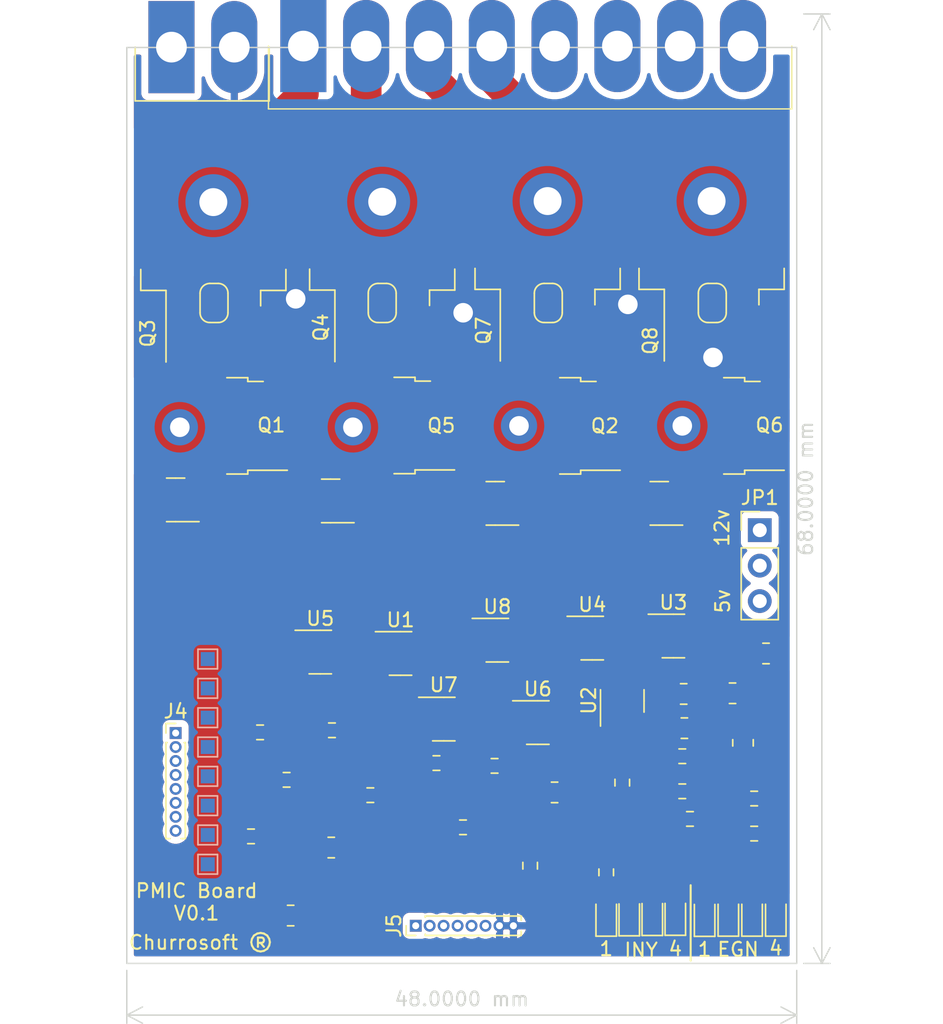
<source format=kicad_pcb>
(kicad_pcb (version 20211014) (generator pcbnew)
  (layers (0 "F.Cu" signal) (1 "In1.Cu" signal) (2 "In2.Cu" signal) (31 "B.Cu" signal) (34 "B.Paste" user) (35 "F.Paste" user) (36 "B.SilkS" user "B.Silkscreen") (37 "F.SilkS" user "F.Silkscreen") (38 "B.Mask" user) (39 "F.Mask" user) (44 "Edge.Cuts" user))
  (net 0 "")
  (net 1 "M4")
  (net 2 "Net-(D1-Pad1)")
  (net 3 "GND")
  (net 4 "M3")
  (net 5 "Net-(D5-Pad1)")
  (net 6 "L4")
  (net 7 "L3")
  (net 8 "Net-(D13-Pad1)")
  (net 9 "+12V")
  (net 10 "M1")
  (net 11 "M2")
  (net 12 "L1")
  (net 13 "L2")
  (net 14 "/INY1")
  (net 15 "/INY2")
  (net 16 "/INY3")
  (net 17 "/INY4")
  (net 18 "/ECN1")
  (net 19 "/ECN2")
  (net 20 "/ECN3")
  (net 21 "/ECN4")
  (net 22 "+5V")
  (net 23 "/PMIC_SPARK")
  (net 24 "/PMIC_MAXI")
  (net 25 "/PMIC_NOMI")
  (net 26 "/PMIC_ENABLE")
  (net 27 "VCOM")
  (net 28 "/IGN1")
  (net 29 "/IGN2")
  (net 30 "/IGN3")
  (net 31 "/IGN4")
  (net 32 "Net-(Q1-Pad1)")
  (net 33 "Net-(Q2-Pad1)")
  (net 34 "Net-(Q3-Pad1)")
  (net 35 "Net-(Q4-Pad1)")
  (net 36 "Net-(Q5-Pad1)")
  (net 37 "Net-(Q6-Pad1)")
  (net 38 "Net-(Q7-Pad1)")
  (net 39 "Net-(Q8-Pad1)")
  (net 40 "Net-(R1-Pad2)")
  (net 41 "Net-(R2-Pad2)")
  (net 42 "Net-(R4-Pad2)")
  (net 43 "Net-(R5-Pad2)")
  (net 44 "Net-(R9-Pad2)")
  (net 45 "Net-(R10-Pad2)")
  (net 46 "Net-(R11-Pad2)")
  (net 47 "Net-(R12-Pad2)")
  (net 48 "Net-(D1-Pad2)")
  (net 49 "Net-(D3-Pad2)")
  (net 50 "Net-(D5-Pad2)")
  (net 51 "Net-(D7-Pad2)")
  (net 52 "Net-(D9-Pad2)")
  (net 53 "Net-(D11-Pad2)")
  (net 54 "Net-(D13-Pad2)")
  (net 55 "Net-(D15-Pad2)")
  (net 64 "Net-(D9-Pad1)")
  (footprint "Resistor_SMD:R_0805_2012Metric" (layer "F.Cu") (at 176.65 129.9)
    (fp_text reference "R10" hide)
    (fp_text value "22R")
    (pad "1" smd roundrect (at -0.9125 0) (size 1.025 1.4) (layers "F.Cu" "F.Paste" "F.Mask") (roundrect_rratio 0.243902) (net 37 "Net-(Q6-Pad1)"))
    (pad "2" smd roundrect (at 0.9125 0) (size 1.025 1.4) (layers "F.Cu" "F.Paste" "F.Mask") (roundrect_rratio 0.243902) (net 45 "Net-(R10-Pad2)"))
  )
  (footprint "Package_TO_SOT_SMD:SOT-23" (layer "F.Cu") (at 176.606833 105.075 180)
    (fp_text reference "D4" hide)
    (fp_text value "BAS19")
    (pad "1" smd roundrect (at -0.9375 -0.95 180) (size 1.475 0.6) (layers "F.Cu" "F.Paste" "F.Mask") (net 5 "Net-(D5-Pad1)"))
    (pad "2" smd roundrect (at -0.9375 0.95 180) (size 1.475 0.6) (layers "F.Cu" "F.Paste" "F.Mask"))
    (pad "3" smd roundrect (at 0.9375 0 180) (size 1.475 0.6) (layers "F.Cu" "F.Paste" "F.Mask") (net 4 "M3"))
  )
  (footprint "Package_TO_SOT_SMD:TO-263-2" (layer "F.Cu") (at 203.9 86.975 90)
    (fp_text reference "Q8" (at -6.625 -4.4 90) (layer "F.SilkS"))
    (fp_text value "ISL9V5045S3ST")
    (pad "1" smd rect (at -5.775 -2.54 90) (size 4.6 1.1) (layers "F.Cu" "F.Paste" "F.Mask") (net 39 "Net-(Q8-Pad1)"))
    (pad "2" smd rect (at 3.375 0 90) (size 9.4 10.8) (layers "F.Cu" "F.Mask") (net 13 "L2"))
    (pad "3" smd rect (at -5.775 2.54 90) (size 4.6 1.1) (layers "F.Cu" "F.Paste" "F.Mask") (net 3 "GND"))
  )
  (footprint "LED_SMD:LED_0603_1608Metric" (layer "F.Cu") (at 203.4 134.775 90)
    (fp_text reference "D3" hide)
    (fp_text value "LED")
    (pad "1" smd roundrect (at -0.7875 0 90) (size 0.875 0.95) (layers "F.Cu" "F.Paste" "F.Mask") (net 3 "GND"))
    (pad "2" smd roundrect (at 0.7875 0 90) (size 0.875 0.95) (layers "F.Cu" "F.Paste" "F.Mask") (net 49 "Net-(D3-Pad2)"))
  )
  (footprint "TerminalBlock_Dinkle:TerminalBlock_Dinkle_DT-55-B01X-02_P10.00mm" (layer "F.Cu") (at 167.7 73.5)
    (fp_text reference "J1" hide)
    (fp_text value "Screw_Terminal_01x02" hide)
    (pad "1" thru_hole rect (at -2.5 -0.925) (size 3.3 6.6) (drill 2.2) (layers F&B.Cu *.Mask) (net 9 "+12V"))
    (pad "2" thru_hole oval (at 2 -0.925) (size 3.3 6.6) (drill 2.2) (layers F&B.Cu *.Mask) (net 3 "GND"))
  )
  (footprint "Package_TO_SOT_SMD:SOT-23" (layer "F.Cu") (at 165.5 105 180)
    (fp_text reference "D2" hide)
    (fp_text value "BAS19")
    (pad "1" smd roundrect (at -0.9375 -0.95 180) (size 1.475 0.6) (layers "F.Cu" "F.Paste" "F.Mask") (net 2 "Net-(D1-Pad1)"))
    (pad "2" smd roundrect (at -0.9375 0.95 180) (size 1.475 0.6) (layers "F.Cu" "F.Paste" "F.Mask"))
    (pad "3" smd roundrect (at 0.9375 0 180) (size 1.475 0.6) (layers "F.Cu" "F.Paste" "F.Mask") (net 1 "M4"))
  )
  (footprint "Package_TO_SOT_SMD:SOT-23-6" (layer "F.Cu") (at 184.7125 120.7)
    (fp_text reference "U7" (at -0.01 -2.45) (layer "F.SilkS"))
    (fp_text value "ZXGD3006E6")
    (pad "1" smd roundrect (at -1.1375 -0.95) (size 1.325 0.6) (layers "F.Cu" "F.Paste" "F.Mask") (net 27 "VCOM"))
    (pad "2" smd roundrect (at -1.1375 0) (size 1.325 0.6) (layers "F.Cu" "F.Paste" "F.Mask") (net 20 "/ECN3"))
    (pad "3" smd roundrect (at -1.1375 0.95) (size 1.325 0.6) (layers "F.Cu" "F.Paste" "F.Mask") (net 3 "GND"))
    (pad "4" smd roundrect (at 1.1375 0.95) (size 1.325 0.6) (layers "F.Cu" "F.Paste" "F.Mask") (net 30 "/IGN3"))
    (pad "5" smd roundrect (at 1.1375 0) (size 1.325 0.6) (layers "F.Cu" "F.Paste" "F.Mask"))
    (pad "6" smd roundrect (at 1.1375 -0.95) (size 1.325 0.6) (layers "F.Cu" "F.Paste" "F.Mask") (net 30 "/IGN3"))
  )
  (footprint "Resistor_SMD:R_0805_2012Metric" (layer "F.Cu") (at 201.95 121.35)
    (fp_text reference "R9" hide)
    (fp_text value "22R")
    (pad "1" smd roundrect (at -0.9125 0) (size 1.025 1.4) (layers "F.Cu" "F.Paste" "F.Mask") (roundrect_rratio 0.243902) (net 36 "Net-(Q5-Pad1)"))
    (pad "2" smd roundrect (at 0.9125 0) (size 1.025 1.4) (layers "F.Cu" "F.Paste" "F.Mask") (roundrect_rratio 0.243902) (net 44 "Net-(R9-Pad2)"))
  )
  (footprint "Resistor_SMD:R_0805_2012Metric" (layer "F.Cu") (at 207.8 116)
    (fp_text reference "R7" hide)
    (fp_text value "22R")
    (pad "1" smd roundrect (at -0.9125 0) (size 1.025 1.4) (layers "F.Cu" "F.Paste" "F.Mask") (roundrect_rratio 0.243902) (net 35 "Net-(Q4-Pad1)"))
    (pad "2" smd roundrect (at 0.9125 0) (size 1.025 1.4) (layers "F.Cu" "F.Paste" "F.Mask") (roundrect_rratio 0.243902) (net 29 "/IGN2"))
  )
  (footprint "Resistor_SMD:R_0805_2012Metric" (layer "F.Cu") (at 205.4 118.85)
    (fp_text reference "R1" hide)
    (fp_text value "22R")
    (pad "1" smd roundrect (at -0.9125 0) (size 1.025 1.4) (layers "F.Cu" "F.Paste" "F.Mask") (roundrect_rratio 0.243902) (net 32 "Net-(Q1-Pad1)"))
    (pad "2" smd roundrect (at 0.9125 0) (size 1.025 1.4) (layers "F.Cu" "F.Paste" "F.Mask") (roundrect_rratio 0.243902) (net 40 "Net-(R1-Pad2)"))
  )
  (footprint "Connector_PinHeader_1.00mm:PinHeader_1x08_P1.00mm_Vertical" (layer "F.Cu") (at 165.5 121.7)
    (fp_text reference "J4" (at 0 -1.56) (layer "F.SilkS"))
    (fp_text value "Conn_01x08_Male")
    (pad "1" thru_hole rect (at 0 0) (size 0.85 0.85) (drill 0.5) (layers F&B.Cu *.Mask) (net 14 "/INY1"))
    (pad "2" thru_hole oval (at 0 1) (size 0.85 0.85) (drill 0.5) (layers F&B.Cu *.Mask) (net 15 "/INY2"))
    (pad "3" thru_hole oval (at 0 2) (size 0.85 0.85) (drill 0.5) (layers F&B.Cu *.Mask) (net 16 "/INY3"))
    (pad "4" thru_hole oval (at 0 3) (size 0.85 0.85) (drill 0.5) (layers F&B.Cu *.Mask) (net 17 "/INY4"))
    (pad "5" thru_hole oval (at 0 4) (size 0.85 0.85) (drill 0.5) (layers F&B.Cu *.Mask) (net 18 "/ECN1"))
    (pad "6" thru_hole oval (at 0 5) (size 0.85 0.85) (drill 0.5) (layers F&B.Cu *.Mask) (net 19 "/ECN2"))
    (pad "7" thru_hole oval (at 0 6) (size 0.85 0.85) (drill 0.5) (layers F&B.Cu *.Mask) (net 20 "/ECN3"))
    (pad "8" thru_hole oval (at 0 7) (size 0.85 0.85) (drill 0.5) (layers F&B.Cu *.Mask) (net 21 "/ECN4"))
  )
  (footprint "Resistor_SMD:R_0603_1608Metric" (layer "F.Cu") (at 176.7 121.5)
    (fp_text reference "R5" hide)
    (fp_text value "100k 1/10W +-1%")
    (pad "1" smd roundrect (at -0.825 0) (size 0.8 0.95) (layers "F.Cu" "F.Paste" "F.Mask") (net 3 "GND"))
    (pad "2" smd roundrect (at 0.825 0) (size 0.8 0.95) (layers "F.Cu" "F.Paste" "F.Mask") (net 43 "Net-(R5-Pad2)"))
  )
  (footprint "Resistor_SMD:R_0603_1608Metric" (layer "F.Cu") (at 202.35 127.85)
    (fp_text reference "R6" hide)
    (fp_text value "100k 1/10W +-1%")
    (pad "1" smd roundrect (at -0.825 0) (size 0.8 0.95) (layers "F.Cu" "F.Paste" "F.Mask") (net 3 "GND"))
    (pad "2" smd roundrect (at 0.825 0) (size 0.8 0.95) (layers "F.Cu" "F.Paste" "F.Mask") (net 18 "/ECN1"))
  )
  (footprint "Package_TO_SOT_SMD:SOT-23-6" (layer "F.Cu") (at 188.55 115.05)
    (fp_text reference "U8" (at 0 -2.4) (layer "F.SilkS"))
    (fp_text value "ZXGD3006E6")
    (pad "1" smd roundrect (at -1.1375 -0.95) (size 1.325 0.6) (layers "F.Cu" "F.Paste" "F.Mask") (net 27 "VCOM"))
    (pad "2" smd roundrect (at -1.1375 0) (size 1.325 0.6) (layers "F.Cu" "F.Paste" "F.Mask") (net 21 "/ECN4"))
    (pad "3" smd roundrect (at -1.1375 0.95) (size 1.325 0.6) (layers "F.Cu" "F.Paste" "F.Mask") (net 3 "GND"))
    (pad "4" smd roundrect (at 1.1375 0.95) (size 1.325 0.6) (layers "F.Cu" "F.Paste" "F.Mask") (net 31 "/IGN4"))
    (pad "5" smd roundrect (at 1.1375 0) (size 1.325 0.6) (layers "F.Cu" "F.Paste" "F.Mask"))
    (pad "6" smd roundrect (at 1.1375 -0.95) (size 1.325 0.6) (layers "F.Cu" "F.Paste" "F.Mask") (net 31 "/IGN4"))
  )
  (footprint "LED_SMD:LED_0603_1608Metric" (layer "F.Cu") (at 208.5 134.7625 90)
    (fp_text reference "D15" hide)
    (fp_text value "LED")
    (pad "1" smd roundrect (at -0.7875 0 90) (size 0.875 0.95) (layers "F.Cu" "F.Paste" "F.Mask") (net 3 "GND"))
    (pad "2" smd roundrect (at 0.7875 0 90) (size 0.875 0.95) (layers "F.Cu" "F.Paste" "F.Mask") (net 55 "Net-(D15-Pad2)"))
  )
  (footprint "LED_SMD:LED_0603_1608Metric" (layer "F.Cu") (at 196.35 134.7625 90)
    (fp_text reference "D1" hide)
    (fp_text value "LED")
    (pad "1" smd roundrect (at -0.7875 0 90) (size 0.875 0.95) (layers "F.Cu" "F.Paste" "F.Mask") (net 2 "Net-(D1-Pad1)"))
    (pad "2" smd roundrect (at 0.7875 0 90) (size 0.875 0.95) (layers "F.Cu" "F.Paste" "F.Mask") (net 48 "Net-(D1-Pad2)"))
  )
  (footprint "Package_TO_SOT_SMD:TO-252-2" (layer "F.Cu") (at 203.8 99.7 180)
    (fp_text reference "Q6" (at -4.25 0.05) (layer "F.SilkS"))
    (fp_text value "VNN7NV04")
    (pad "1" smd rect (at -4.2 -2.28 180) (size 2.2 1.2) (layers "F.Cu" "F.Paste" "F.Mask") (net 37 "Net-(Q6-Pad1)"))
    (pad "2" smd rect (at 2.1 0 180) (size 6.4 5.8) (layers "F.Cu" "F.Mask") (net 7 "L3"))
    (pad "3" smd rect (at -4.2 2.28 180) (size 2.2 1.2) (layers "F.Cu" "F.Paste" "F.Mask") (net 3 "GND"))
  )
  (footprint "Resistor_SMD:R_0603_1608Metric" (layer "F.Cu") (at 196.35 131.675 90)
    (fp_text reference "R17" hide)
    (fp_text value "680R")
    (pad "1" smd roundrect (at -0.825 0 90) (size 0.8 0.95) (layers "F.Cu" "F.Paste" "F.Mask") (net 48 "Net-(D1-Pad2)"))
    (pad "2" smd roundrect (at 0.825 0 90) (size 0.8 0.95) (layers "F.Cu" "F.Paste" "F.Mask") (net 9 "+12V"))
  )
  (footprint "Package_TO_SOT_SMD:SOT-23-6" (layer "F.Cu") (at 191.45 120.95)
    (fp_text reference "U6" (at 0 -2.4) (layer "F.SilkS"))
    (fp_text value "ZXGD3009E6")
    (pad "1" smd roundrect (at -1.1375 -0.95) (size 1.325 0.6) (layers "F.Cu" "F.Paste" "F.Mask") (net 9 "+12V"))
    (pad "2" smd roundrect (at -1.1375 0) (size 1.325 0.6) (layers "F.Cu" "F.Paste" "F.Mask") (net 47 "Net-(R12-Pad2)"))
    (pad "3" smd roundrect (at -1.1375 0.95) (size 1.325 0.6) (layers "F.Cu" "F.Paste" "F.Mask") (net 3 "GND"))
    (pad "4" smd roundrect (at 1.1375 0.95) (size 1.325 0.6) (layers "F.Cu" "F.Paste" "F.Mask") (net 45 "Net-(R10-Pad2)"))
    (pad "5" smd roundrect (at 1.1375 0) (size 1.325 0.6) (layers "F.Cu" "F.Paste" "F.Mask"))
    (pad "6" smd roundrect (at 1.1375 -0.95) (size 1.325 0.6) (layers "F.Cu" "F.Paste" "F.Mask") (net 45 "Net-(R10-Pad2)"))
  )
  (footprint "Resistor_SMD:R_0603_1608Metric" (layer "F.Cu") (at 197.5 125.25 90)
    (fp_text reference "R23" hide)
    (fp_text value "680R")
    (pad "1" smd roundrect (at -0.825 0 90) (size 0.8 0.95) (layers "F.Cu" "F.Paste" "F.Mask") (net 54 "Net-(D13-Pad2)"))
    (pad "2" smd roundrect (at 0.825 0 90) (size 0.8 0.95) (layers "F.Cu" "F.Paste" "F.Mask") (net 9 "+12V"))
  )
  (footprint "Resistor_SMD:R_0603_1608Metric" (layer "F.Cu") (at 171.55 121.65)
    (fp_text reference "R16" hide)
    (fp_text value "100k 1/10W +-1%")
    (pad "1" smd roundrect (at -0.825 0) (size 0.8 0.95) (layers "F.Cu" "F.Paste" "F.Mask") (net 3 "GND"))
    (pad "2" smd roundrect (at 0.825 0) (size 0.8 0.95) (layers "F.Cu" "F.Paste" "F.Mask") (net 21 "/ECN4"))
  )
  (footprint "LED_SMD:LED_0603_1608Metric" (layer "F.Cu") (at 199.65 134.7125 90)
    (fp_text reference "D9" hide)
    (fp_text value "LED")
    (pad "1" smd roundrect (at -0.7875 0 90) (size 0.875 0.95) (layers "F.Cu" "F.Paste" "F.Mask") (net 64 "Net-(D9-Pad1)"))
    (pad "2" smd roundrect (at 0.7875 0 90) (size 0.875 0.95) (layers "F.Cu" "F.Paste" "F.Mask") (net 52 "Net-(D9-Pad2)"))
  )
  (footprint "Resistor_SMD:R_0603_1608Metric" (layer "F.Cu") (at 170.9 129.1)
    (fp_text reference "R14" hide)
    (fp_text value "100k 1/10W +-1%")
    (pad "1" smd roundrect (at -0.825 0) (size 0.8 0.95) (layers "F.Cu" "F.Paste" "F.Mask") (net 3 "GND"))
    (pad "2" smd roundrect (at 0.825 0) (size 0.8 0.95) (layers "F.Cu" "F.Paste" "F.Mask") (net 20 "/ECN3"))
  )
  (footprint "Resistor_SMD:R_0603_1608Metric" (layer "F.Cu") (at 186.0875 128.45)
    (fp_text reference "R8" hide)
    (fp_text value "100k 1/10W +-1%")
    (pad "1" smd roundrect (at -0.825 0) (size 0.8 0.95) (layers "F.Cu" "F.Paste" "F.Mask") (net 3 "GND"))
    (pad "2" smd roundrect (at 0.825 0) (size 0.8 0.95) (layers "F.Cu" "F.Paste" "F.Mask") (net 19 "/ECN2"))
  )
  (footprint "Package_TO_SOT_SMD:SOT-23-6" (layer "F.Cu") (at 201.1625 114.75)
    (fp_text reference "U3" (at 0 -2.4) (layer "F.SilkS"))
    (fp_text value "ZXGD3006E6")
    (pad "1" smd roundrect (at -1.1375 -0.95) (size 1.325 0.6) (layers "F.Cu" "F.Paste" "F.Mask") (net 27 "VCOM"))
    (pad "2" smd roundrect (at -1.1375 0) (size 1.325 0.6) (layers "F.Cu" "F.Paste" "F.Mask") (net 18 "/ECN1"))
    (pad "3" smd roundrect (at -1.1375 0.95) (size 1.325 0.6) (layers "F.Cu" "F.Paste" "F.Mask") (net 3 "GND"))
    (pad "4" smd roundrect (at 1.1375 0.95) (size 1.325 0.6) (layers "F.Cu" "F.Paste" "F.Mask") (net 28 "/IGN1"))
    (pad "5" smd roundrect (at 1.1375 0) (size 1.325 0.6) (layers "F.Cu" "F.Paste" "F.Mask"))
    (pad "6" smd roundrect (at 1.1375 -0.95) (size 1.325 0.6) (layers "F.Cu" "F.Paste" "F.Mask") (net 28 "/IGN1"))
  )
  (footprint "Resistor_SMD:R_0805_2012Metric" (layer "F.Cu") (at 206.15 122.4 90)
    (fp_text reference "R13" hide)
    (fp_text value "22R")
    (pad "1" smd roundrect (at -0.9125 0 90) (size 1.025 1.4) (layers "F.Cu" "F.Paste" "F.Mask") (roundrect_rratio 0.243902) (net 38 "Net-(Q7-Pad1)"))
    (pad "2" smd roundrect (at 0.9125 0 90) (size 1.025 1.4) (layers "F.Cu" "F.Paste" "F.Mask") (roundrect_rratio 0.243902) (net 30 "/IGN3"))
  )
  (footprint "LED_SMD:LED_0603_1608Metric" (layer "F.Cu") (at 201.3 134.7 90)
    (fp_text reference "D13" hide)
    (fp_text value "LED")
    (pad "1" smd roundrect (at -0.7875 0 90) (size 0.875 0.95) (layers "F.Cu" "F.Paste" "F.Mask") (net 8 "Net-(D13-Pad1)"))
    (pad "2" smd roundrect (at 0.7875 0 90) (size 0.875 0.95) (layers "F.Cu" "F.Paste" "F.Mask") (net 54 "Net-(D13-Pad2)"))
  )
  (footprint "Resistor_SMD:R_0603_1608Metric" (layer "F.Cu") (at 206.95 128.9)
    (fp_text reference "R20" hide)
    (fp_text value "680R")
    (pad "1" smd roundrect (at -0.825 0) (size 0.8 0.95) (layers "F.Cu" "F.Paste" "F.Mask") (net 51 "Net-(D7-Pad2)"))
    (pad "2" smd roundrect (at 0.825 0) (size 0.8 0.95) (layers "F.Cu" "F.Paste" "F.Mask") (net 29 "/IGN2"))
  )
  (footprint "Package_TO_SOT_SMD:SOT-23-6" (layer "F.Cu") (at 181.6125 116)
    (fp_text reference "U1" (at 0 -2.4) (layer "F.SilkS"))
    (fp_text value "ZXGD3009E6")
    (pad "1" smd roundrect (at -1.1375 -0.95) (size 1.325 0.6) (layers "F.Cu" "F.Paste" "F.Mask") (net 9 "+12V"))
    (pad "2" smd roundrect (at -1.1375 0) (size 1.325 0.6) (layers "F.Cu" "F.Paste" "F.Mask") (net 42 "Net-(R4-Pad2)"))
    (pad "3" smd roundrect (at -1.1375 0.95) (size 1.325 0.6) (layers "F.Cu" "F.Paste" "F.Mask") (net 3 "GND"))
    (pad "4" smd roundrect (at 1.1375 0.95) (size 1.325 0.6) (layers "F.Cu" "F.Paste" "F.Mask") (net 40 "Net-(R1-Pad2)"))
    (pad "5" smd roundrect (at 1.1375 0) (size 1.325 0.6) (layers "F.Cu" "F.Paste" "F.Mask"))
    (pad "6" smd roundrect (at 1.1375 -0.95) (size 1.325 0.6) (layers "F.Cu" "F.Paste" "F.Mask") (net 40 "Net-(R1-Pad2)"))
  )
  (footprint "Connector_PinHeader_1.00mm:PinHeader_1x08_P1.00mm_Vertical" (layer "F.Cu") (at 182.7 135.5 90)
    (fp_text reference "J5" (at 0 -1.56 90) (layer "F.SilkS"))
    (fp_text value "Conn_01x08_Male")
    (pad "1" thru_hole rect (at 0 0 90) (size 0.85 0.85) (drill 0.5) (layers F&B.Cu *.Mask) (net 22 "+5V"))
    (pad "2" thru_hole oval (at 0 1 90) (size 0.85 0.85) (drill 0.5) (layers F&B.Cu *.Mask) (net 9 "+12V"))
    (pad "3" thru_hole oval (at 0 2 90) (size 0.85 0.85) (drill 0.5) (layers F&B.Cu *.Mask) (net 23 "/PMIC_SPARK"))
    (pad "4" thru_hole oval (at 0 3 90) (size 0.85 0.85) (drill 0.5) (layers F&B.Cu *.Mask) (net 24 "/PMIC_MAXI"))
    (pad "5" thru_hole oval (at 0 4 90) (size 0.85 0.85) (drill 0.5) (layers F&B.Cu *.Mask) (net 25 "/PMIC_NOMI"))
    (pad "6" thru_hole oval (at 0 5 90) (size 0.85 0.85) (drill 0.5) (layers F&B.Cu *.Mask) (net 26 "/PMIC_ENABLE"))
    (pad "7" thru_hole oval (at 0 6 90) (size 0.85 0.85) (drill 0.5) (layers F&B.Cu *.Mask) (net 3 "GND"))
    (pad "8" thru_hole oval (at 0 7 90) (size 0.85 0.85) (drill 0.5) (layers F&B.Cu *.Mask) (net 3 "GND"))
  )
  (footprint "Package_TO_SOT_SMD:TO-252-2" (layer "F.Cu") (at 192.05 99.7 180)
    (fp_text reference "Q2" (at -4.2 0) (layer "F.SilkS"))
    (fp_text value "VNN7NV04")
    (pad "1" smd rect (at -4.2 -2.28 180) (size 2.2 1.2) (layers "F.Cu" "F.Paste" "F.Mask") (net 33 "Net-(Q2-Pad1)"))
    (pad "2" smd rect (at 2.1 0 180) (size 6.4 5.8) (layers "F.Cu" "F.Mask") (net 6 "L4"))
    (pad "3" smd rect (at -4.2 2.28 180) (size 2.2 1.2) (layers "F.Cu" "F.Paste" "F.Mask") (net 3 "GND"))
  )
  (footprint "Jumper:SolderJumper-2_P1.3mm_Open_RoundedPad1.0x1.5mm" (layer "F.Cu") (at 180.3 90.9 90)
    (fp_text reference "JP3" hide)
    (fp_text value "Jumper_2_Open")
    (pad "1" smd custom (at -0.65 0 90) (size 1 0.5) (layers "F.Cu" "F.Mask") (net 29 "/IGN2") (options (clearance outline) (anchor rect)) (primitives (gr_circle (center 0 0.25) (end 0.5 0.25) (width 0) (fill yes)) (gr_circle (center 0 -0.25) (end 0.5 -0.25) (width 0) (fill yes)) (gr_poly (pts (xy 0.5 0.75) (xy 0 0.75) (xy 0 -0.75) (xy 0.5 -0.75)) (width 0) (fill yes))))
    (pad "2" smd custom (at 0.65 0 90) (size 1 0.5) (layers "F.Cu" "F.Mask") (net 11 "M2") (options (clearance outline) (anchor rect)) (primitives (gr_circle (center 0 0.25) (end 0.5 0.25) (width 0) (fill yes)) (gr_circle (center 0 -0.25) (end 0.5 -0.25) (width 0) (fill yes)) (gr_poly (pts (xy 0 0.75) (xy -0.5 0.75) (xy -0.5 -0.75) (xy 0 -0.75)) (width 0) (fill yes))))
  )
  (footprint "Resistor_SMD:R_0805_2012Metric" (layer "F.Cu") (at 192.65 125.95)
    (fp_text reference "R15" hide)
    (fp_text value "22R")
    (pad "1" smd roundrect (at -0.9125 0) (size 1.025 1.4) (layers "F.Cu" "F.Paste" "F.Mask") (roundrect_rratio 0.243902) (net 39 "Net-(Q8-Pad1)"))
    (pad "2" smd roundrect (at 0.9125 0) (size 1.025 1.4) (layers "F.Cu" "F.Paste" "F.Mask") (roundrect_rratio 0.243902) (net 31 "/IGN4"))
  )
  (footprint "Jumper:SolderJumper-2_P1.3mm_Open_RoundedPad1.0x1.5mm" (layer "F.Cu") (at 192.2 90.9 90)
    (fp_text reference "JP4" hide)
    (fp_text value "Jumper_2_Open")
    (pad "1" smd custom (at -0.65 0 90) (size 1 0.5) (layers "F.Cu" "F.Mask") (net 30 "/IGN3") (options (clearance outline) (anchor rect)) (primitives (gr_circle (center 0 0.25) (end 0.5 0.25) (width 0) (fill yes)) (gr_circle (center 0 -0.25) (end 0.5 -0.25) (width 0) (fill yes)) (gr_poly (pts (xy 0.5 0.75) (xy 0 0.75) (xy 0 -0.75) (xy 0.5 -0.75)) (width 0) (fill yes))))
    (pad "2" smd custom (at 0.65 0 90) (size 1 0.5) (layers "F.Cu" "F.Mask") (net 12 "L1") (options (clearance outline) (anchor rect)) (primitives (gr_circle (center 0 0.25) (end 0.5 0.25) (width 0) (fill yes)) (gr_circle (center 0 -0.25) (end 0.5 -0.25) (width 0) (fill yes)) (gr_poly (pts (xy 0 0.75) (xy -0.5 0.75) (xy -0.5 -0.75) (xy 0 -0.75)) (width 0) (fill yes))))
  )
  (footprint "Package_TO_SOT_SMD:TO-263-2" (layer "F.Cu") (at 180.3 87.025 90)
    (fp_text reference "Q4" (at -5.625 -4.4 90) (layer "F.SilkS"))
    (fp_text value "ISL9V5045S3ST")
    (pad "1" smd rect (at -5.775 -2.54 90) (size 4.6 1.1) (layers "F.Cu" "F.Paste" "F.Mask") (net 35 "Net-(Q4-Pad1)"))
    (pad "2" smd rect (at 3.375 0 90) (size 9.4 10.8) (layers "F.Cu" "F.Mask") (net 11 "M2"))
    (pad "3" smd rect (at -5.775 2.54 90) (size 4.6 1.1) (layers "F.Cu" "F.Paste" "F.Mask") (net 3 "GND"))
  )
  (footprint "Connector_PinHeader_2.54mm:PinHeader_1x03_P2.54mm_Vertical" (layer "F.Cu") (at 207.35 107.17)
    (fp_text reference "JP1" (at 0 -2.33) (layer "F.SilkS"))
    (fp_text value "Jumper_3_Bridged12")
    (pad "1" thru_hole rect (at 0 0) (size 1.7 1.7) (drill 1) (layers *.Cu *.Mask) (net 9 "+12V"))
    (pad "2" thru_hole oval (at 0 2.54) (size 1.7 1.7) (drill 1) (layers *.Cu *.Mask) (net 27 "VCOM"))
    (pad "3" thru_hole oval (at 0 5.08) (size 1.7 1.7) (drill 1) (layers *.Cu *.Mask) (net 22 "+5V"))
  )
  (footprint "OpenEFI-STM32F_rev3:hipower_8pin" (layer "F.Cu") (at 189.65 78.5)
    (fp_text reference "J2" hide)
    (fp_text value "OUTPUT")
    (pad "1" thru_hole rect (at -15 -6) (size 3.3 6.6) (drill 2.2) (layers *.Mask "F.Cu" "In1.Cu" "B.Cu") (net 10 "M1"))
    (pad "2" thru_hole oval (at -10.5 -6) (size 3.3 6.6) (drill 2.2) (layers *.Mask "F.Cu" "In1.Cu" "B.Cu") (net 11 "M2"))
    (pad "3" thru_hole oval (at -6 -6) (size 3.3 6.6) (drill 2.2) (layers *.Mask "F.Cu" "In1.Cu" "B.Cu") (net 12 "L1"))
    (pad "4" thru_hole oval (at -1.5 -6) (size 3.3 6.6) (drill 2.2) (layers *.Mask "F.Cu" "In1.Cu" "B.Cu") (net 13 "L2"))
    (pad "5" thru_hole oval (at 3 -6) (size 3.3 6.6) (drill 2.2) (layers *.Mask "F.Cu" "In1.Cu" "B.Cu") (net 1 "M4"))
    (pad "6" thru_hole oval (at 7.5 -6) (size 3.3 6.6) (drill 2.2) (layers *.Mask "F.Cu" "In1.Cu" "B.Cu") (net 4 "M3"))
    (pad "7" thru_hole oval (at 12 -6) (size 3.3 6.6) (drill 2.2) (layers *.Mask "F.Cu" "In1.Cu" "B.Cu") (net 6 "L4"))
    (pad "8" thru_hole oval (at 16.5 -6) (size 3.3 6.6) (drill 2.2) (layers *.Mask "F.Cu" "In1.Cu" "B.Cu") (net 7 "L3"))
  )
  (footprint "Resistor_SMD:R_0603_1608Metric" (layer "F.Cu") (at 173.45 125.05)
    (fp_text reference "R22" hide)
    (fp_text value "680R")
    (pad "1" smd roundrect (at -0.825 0) (size 0.8 0.95) (layers "F.Cu" "F.Paste" "F.Mask") (net 53 "Net-(D11-Pad2)"))
    (pad "2" smd roundrect (at 0.825 0) (size 0.8 0.95) (layers "F.Cu" "F.Paste" "F.Mask") (net 30 "/IGN3"))
  )
  (footprint "LED_SMD:LED_0603_1608Metric" (layer "F.Cu") (at 206.8 134.7625 90)
    (fp_text reference "D11" hide)
    (fp_text value "LED")
    (pad "1" smd roundrect (at -0.7875 0 90) (size 0.875 0.95) (layers "F.Cu" "F.Paste" "F.Mask") (net 3 "GND"))
    (pad "2" smd roundrect (at 0.7875 0 90) (size 0.875 0.95) (layers "F.Cu" "F.Paste" "F.Mask") (net 53 "Net-(D11-Pad2)"))
  )
  (footprint "Jumper:SolderJumper-2_P1.3mm_Open_RoundedPad1.0x1.5mm" (layer "F.Cu") (at 203.95 90.9 90)
    (fp_text reference "JP5" hide)
    (fp_text value "Jumper_2_Open")
    (pad "1" smd custom (at -0.65 0 90) (size 1 0.5) (layers "F.Cu" "F.Mask") (net 31 "/IGN4") (options (clearance outline) (anchor rect)) (primitives (gr_circle (center 0 0.25) (end 0.5 0.25) (width 0) (fill yes)) (gr_circle (center 0 -0.25) (end 0.5 -0.25) (width 0) (fill yes)) (gr_poly (pts (xy 0.5 0.75) (xy 0 0.75) (xy 0 -0.75) (xy 0.5 -0.75)) (width 0) (fill yes))))
    (pad "2" smd custom (at 0.65 0 90) (size 1 0.5) (layers "F.Cu" "F.Mask") (net 13 "L2") (options (clearance outline) (anchor rect)) (primitives (gr_circle (center 0 0.25) (end 0.5 0.25) (width 0) (fill yes)) (gr_circle (center 0 -0.25) (end 0.5 -0.25) (width 0) (fill yes)) (gr_poly (pts (xy 0 0.75) (xy -0.5 0.75) (xy -0.5 -0.75) (xy 0 -0.75)) (width 0) (fill yes))))
  )
  (footprint "Resistor_SMD:R_0603_1608Metric" (layer "F.Cu") (at 184.1875 123.85)
    (fp_text reference "R11" hide)
    (fp_text value "100k 1/10W +-1%")
    (pad "1" smd roundrect (at -0.825 0) (size 0.8 0.95) (layers "F.Cu" "F.Paste" "F.Mask") (net 3 "GND"))
    (pad "2" smd roundrect (at 0.825 0) (size 0.8 0.95) (layers "F.Cu" "F.Paste" "F.Mask") (net 46 "Net-(R11-Pad2)"))
  )
  (footprint "Resistor_SMD:R_0603_1608Metric" (layer "F.Cu") (at 201.8 123.36)
    (fp_text reference "R4" hide)
    (fp_text value "100k 1/10W +-1%")
    (pad "1" smd roundrect (at -0.825 0) (size 0.8 0.95) (layers "F.Cu" "F.Paste" "F.Mask") (net 3 "GND"))
    (pad "2" smd roundrect (at 0.825 0) (size 0.8 0.95) (layers "F.Cu" "F.Paste" "F.Mask") (net 42 "Net-(R4-Pad2)"))
  )
  (footprint "Package_TO_SOT_SMD:SOT-23-6" (layer "F.Cu") (at 195.35 114.9)
    (fp_text reference "U4" (at 0 -2.4) (layer "F.SilkS"))
    (fp_text value "ZXGD3006E6")
    (pad "1" smd roundrect (at -1.1375 -0.95) (size 1.325 0.6) (layers "F.Cu" "F.Paste" "F.Mask") (net 27 "VCOM"))
    (pad "2" smd roundrect (at -1.1375 0) (size 1.325 0.6) (layers "F.Cu" "F.Paste" "F.Mask") (net 19 "/ECN2"))
    (pad "3" smd roundrect (at -1.1375 0.95) (size 1.325 0.6) (layers "F.Cu" "F.Paste" "F.Mask") (net 3 "GND"))
    (pad "4" smd roundrect (at 1.1375 0.95) (size 1.325 0.6) (layers "F.Cu" "F.Paste" "F.Mask") (net 29 "/IGN2"))
    (pad "5" smd roundrect (at 1.1375 0) (size 1.325 0.6) (layers "F.Cu" "F.Paste" "F.Mask"))
    (pad "6" smd roundrect (at 1.1375 -0.95) (size 1.325 0.6) (layers "F.Cu" "F.Paste" "F.Mask") (net 29 "/IGN2"))
  )
  (footprint "Package_TO_SOT_SMD:SOT-23-6" (layer "F.Cu") (at 175.8625 115.9)
    (fp_text reference "U5" (at 0 -2.4) (layer "F.SilkS"))
    (fp_text value "ZXGD3009E6")
    (pad "1" smd roundrect (at -1.1375 -0.95) (size 1.325 0.6) (layers "F.Cu" "F.Paste" "F.Mask") (net 9 "+12V"))
    (pad "2" smd roundrect (at -1.1375 0) (size 1.325 0.6) (layers "F.Cu" "F.Paste" "F.Mask") (net 46 "Net-(R11-Pad2)"))
    (pad "3" smd roundrect (at -1.1375 0.95) (size 1.325 0.6) (layers "F.Cu" "F.Paste" "F.Mask") (net 3 "GND"))
    (pad "4" smd roundrect (at 1.1375 0.95) (size 1.325 0.6) (layers "F.Cu" "F.Paste" "F.Mask") (net 44 "Net-(R9-Pad2)"))
    (pad "5" smd roundrect (at 1.1375 0) (size 1.325 0.6) (layers "F.Cu" "F.Paste" "F.Mask"))
    (pad "6" smd roundrect (at 1.1375 -0.95) (size 1.325 0.6) (layers "F.Cu" "F.Paste" "F.Mask") (net 44 "Net-(R9-Pad2)"))
  )
  (footprint "LED_SMD:LED_0603_1608Metric" (layer "F.Cu") (at 205.1 134.7625 90)
    (fp_text reference "D7" hide)
    (fp_text value "LED")
    (pad "1" smd roundrect (at -0.7875 0 90) (size 0.875 0.95) (layers "F.Cu" "F.Paste" "F.Mask") (net 3 "GND"))
    (pad "2" smd roundrect (at 0.7875 0 90) (size 0.875 0.95) (layers "F.Cu" "F.Paste" "F.Mask") (net 51 "Net-(D7-Pad2)"))
  )
  (footprint "Jumper:SolderJumper-2_P1.3mm_Open_RoundedPad1.0x1.5mm" (layer "F.Cu") (at 168.25 90.9 90)
    (fp_text reference "JP2" hide)
    (fp_text value "Jumper_2_Open")
    (pad "1" smd custom (at -0.65 0 90) (size 1 0.5) (layers "F.Cu" "F.Mask") (net 28 "/IGN1") (options (clearance outline) (anchor rect)) (primitives (gr_circle (center 0 0.25) (end 0.5 0.25) (width 0) (fill yes)) (gr_circle (center 0 -0.25) (end 0.5 -0.25) (width 0) (fill yes)) (gr_poly (pts (xy 0.5 0.75) (xy 0 0.75) (xy 0 -0.75) (xy 0.5 -0.75)) (width 0) (fill yes))))
    (pad "2" smd custom (at 0.65 0 90) (size 1 0.5) (layers "F.Cu" "F.Mask") (net 10 "M1") (options (clearance outline) (anchor rect)) (primitives (gr_circle (center 0 0.25) (end 0.5 0.25) (width 0) (fill yes)) (gr_circle (center 0 -0.25) (end 0.5 -0.25) (width 0) (fill yes)) (gr_poly (pts (xy 0 0.75) (xy -0.5 0.75) (xy -0.5 -0.75) (xy 0 -0.75)) (width 0) (fill yes))))
  )
  (footprint "Resistor_SMD:R_0603_1608Metric" (layer "F.Cu") (at 179.45 126.15)
    (fp_text reference "R18" hide)
    (fp_text value "680R")
    (pad "1" smd roundrect (at -0.825 0) (size 0.8 0.95) (layers "F.Cu" "F.Paste" "F.Mask") (net 49 "Net-(D3-Pad2)"))
    (pad "2" smd roundrect (at 0.825 0) (size 0.8 0.95) (layers "F.Cu" "F.Paste" "F.Mask") (net 28 "/IGN1"))
  )
  (footprint "Resistor_SMD:R_0805_2012Metric" (layer "F.Cu") (at 173.74 134.77)
    (fp_text reference "R2" hide)
    (fp_text value "22R")
    (pad "1" smd roundrect (at -0.9125 0) (size 1.025 1.4) (layers "F.Cu" "F.Paste" "F.Mask") (roundrect_rratio 0.243902) (net 33 "Net-(Q2-Pad1)"))
    (pad "2" smd roundrect (at 0.9125 0) (size 1.025 1.4) (layers "F.Cu" "F.Paste" "F.Mask") (roundrect_rratio 0.243902) (net 41 "Net-(R2-Pad2)"))
  )
  (footprint "Package_TO_SOT_SMD:SOT-23" (layer "F.Cu") (at 188.4 105.25 180)
    (fp_text reference "D6" hide)
    (fp_text value "BAS19")
    (pad "1" smd roundrect (at -0.9375 -0.95 180) (size 1.475 0.6) (layers "F.Cu" "F.Paste" "F.Mask") (net 64 "Net-(D9-Pad1)"))
    (pad "2" smd roundrect (at -0.9375 0.95 180) (size 1.475 0.6) (layers "F.Cu" "F.Paste" "F.Mask"))
    (pad "3" smd roundrect (at 0.9375 0 180) (size 1.475 0.6) (layers "F.Cu" "F.Paste" "F.Mask") (net 6 "L4"))
  )
  (footprint "Resistor_SMD:R_0603_1608Metric" (layer "F.Cu") (at 201.8 125.87)
    (fp_text reference "R24" hide)
    (fp_text value "680R")
    (pad "1" smd roundrect (at -0.825 0) (size 0.8 0.95) (layers "F.Cu" "F.Paste" "F.Mask") (net 55 "Net-(D15-Pad2)"))
    (pad "2" smd roundrect (at 0.825 0) (size 0.8 0.95) (layers "F.Cu" "F.Paste" "F.Mask") (net 31 "/IGN4"))
  )
  (footprint "Resistor_SMD:R_0603_1608Metric" (layer "F.Cu") (at 188.35 124.05)
    (fp_text reference "R12" hide)
    (fp_text value "100k 1/10W +-1%")
    (pad "1" smd roundrect (at -0.825 0) (size 0.8 0.95) (layers "F.Cu" "F.Paste" "F.Mask") (net 3 "GND"))
    (pad "2" smd roundrect (at 0.825 0) (size 0.8 0.95) (layers "F.Cu" "F.Paste" "F.Mask") (net 47 "Net-(R12-Pad2)"))
  )
  (footprint "LED_SMD:LED_0603_1608Metric" (layer "F.Cu") (at 198 134.7375 90)
    (fp_text reference "D5" hide)
    (fp_text value "LED")
    (pad "1" smd roundrect (at -0.7875 0 90) (size 0.875 0.95) (layers "F.Cu" "F.Paste" "F.Mask") (net 5 "Net-(D5-Pad1)"))
    (pad "2" smd roundrect (at 0.7875 0 90) (size 0.875 0.95) (layers "F.Cu" "F.Paste" "F.Mask") (net 50 "Net-(D5-Pad2)"))
  )
  (footprint "Package_TO_SOT_SMD:SOT-23-6" (layer "F.Cu") (at 197.5 119.4 90)
    (fp_text reference "U2" (at 0.03 -2.4 90) (layer "F.SilkS"))
    (fp_text value "ZXGD3009E6")
    (pad "1" smd roundrect (at -1.1375 -0.95 90) (size 1.325 0.6) (layers "F.Cu" "F.Paste" "F.Mask") (net 9 "+12V"))
    (pad "2" smd roundrect (at -1.1375 0 90) (size 1.325 0.6) (layers "F.Cu" "F.Paste" "F.Mask") (net 43 "Net-(R5-Pad2)"))
    (pad "3" smd roundrect (at -1.1375 0.95 90) (size 1.325 0.6) (layers "F.Cu" "F.Paste" "F.Mask") (net 3 "GND"))
    (pad "4" smd roundrect (at 1.1375 0.95 90) (size 1.325 0.6) (layers "F.Cu" "F.Paste" "F.Mask") (net 41 "Net-(R2-Pad2)"))
    (pad "5" smd roundrect (at 1.1375 0 90) (size 1.325 0.6) (layers "F.Cu" "F.Paste" "F.Mask"))
    (pad "6" smd roundrect (at 1.1375 -0.95 90) (size 1.325 0.6) (layers "F.Cu" "F.Paste" "F.Mask") (net 41 "Net-(R2-Pad2)"))
  )
  (footprint "Package_TO_SOT_SMD:SOT-23" (layer "F.Cu") (at 200.15 105.25 180)
    (fp_text reference "D8" hide)
    (fp_text value "BAS19")
    (pad "1" smd roundrect (at -0.9375 -0.95 180) (size 1.475 0.6) (layers "F.Cu" "F.Paste" "F.Mask") (net 8 "Net-(D13-Pad1)"))
    (pad "2" smd roundrect (at -0.9375 0.95 180) (size 1.475 0.6) (layers "F.Cu" "F.Paste" "F.Mask"))
    (pad "3" smd roundrect (at 0.9375 0 180) (size 1.475 0.6) (layers "F.Cu" "F.Paste" "F.Mask") (net 7 "L3"))
  )
  (footprint "Resistor_SMD:R_0603_1608Metric" (layer "F.Cu") (at 206.95 126.39)
    (fp_text reference "R21" hide)
    (fp_text value "680R")
    (pad "1" smd roundrect (at -0.825 0) (size 0.8 0.95) (layers "F.Cu" "F.Paste" "F.Mask") (net 52 "Net-(D9-Pad2)"))
    (pad "2" smd roundrect (at 0.825 0) (size 0.8 0.95) (layers "F.Cu" "F.Paste" "F.Mask") (net 9 "+12V"))
  )
  (footprint "Package_TO_SOT_SMD:TO-263-2" (layer "F.Cu") (at 192.15 86.975 90)
    (fp_text reference "Q7" (at -5.9 -4.6 90) (layer "F.SilkS"))
    (fp_text value "ISL9V5045S3ST")
    (pad "1" smd rect (at -5.775 -2.54 90) (size 4.6 1.1) (layers "F.Cu" "F.Paste" "F.Mask") (net 38 "Net-(Q7-Pad1)"))
    (pad "2" smd rect (at 3.375 0 90) (size 9.4 10.8) (layers "F.Cu" "F.Mask") (net 12 "L1"))
    (pad "3" smd rect (at -5.775 2.54 90) (size 4.6 1.1) (layers "F.Cu" "F.Paste" "F.Mask") (net 3 "GND"))
  )
  (footprint "Package_TO_SOT_SMD:TO-263-2" (layer "F.Cu") (at 168.2 87.05 90)
    (fp_text reference "Q3" (at -6.025 -4.7 90) (layer "F.SilkS"))
    (fp_text value "ISL9V5045S3ST")
    (pad "1" smd rect (at -5.775 -2.54 90) (size 4.6 1.1) (layers "F.Cu" "F.Paste" "F.Mask") (net 34 "Net-(Q3-Pad1)"))
    (pad "2" smd rect (at 3.375 0 90) (size 9.4 10.8) (layers "F.Cu" "F.Mask") (net 10 "M1"))
    (pad "3" smd rect (at -5.775 2.54 90) (size 4.6 1.1) (layers "F.Cu" "F.Paste" "F.Mask") (net 3 "GND"))
  )
  (footprint "Resistor_SMD:R_0805_2012Metric" (layer "F.Cu") (at 201.9 118.9)
    (fp_text reference "R3" hide)
    (fp_text value "22R")
    (pad "1" smd roundrect (at -0.9125 0) (size 1.025 1.4) (layers "F.Cu" "F.Paste" "F.Mask") (roundrect_rratio 0.243902) (net 34 "Net-(Q3-Pad1)"))
    (pad "2" smd roundrect (at 0.9125 0) (size 1.025 1.4) (layers "F.Cu" "F.Paste" "F.Mask") (roundrect_rratio 0.243902) (net 28 "/IGN1"))
  )
  (footprint "Resistor_SMD:R_0603_1608Metric" (layer "F.Cu") (at 190.9 131.2 90)
    (fp_text reference "R19" hide)
    (fp_text value "680R")
    (pad "1" smd roundrect (at -0.825 0 90) (size 0.8 0.95) (layers "F.Cu" "F.Paste" "F.Mask") (net 50 "Net-(D5-Pad2)"))
    (pad "2" smd roundrect (at 0.825 0 90) (size 0.8 0.95) (layers "F.Cu" "F.Paste" "F.Mask") (net 9 "+12V"))
  )
  (footprint "Package_TO_SOT_SMD:TO-252-2" (layer "F.Cu") (at 168.2 99.7 180)
    (fp_text reference "Q1" (at -4.15 0.05) (layer "F.SilkS"))
    (fp_text value "VNN7NV04")
    (pad "1" smd rect (at -4.2 -2.28 180) (size 2.2 1.2) (layers "F.Cu" "F.Paste" "F.Mask") (net 32 "Net-(Q1-Pad1)"))
    (pad "2" smd rect (at 2.1 0 180) (size 6.4 5.8) (layers "F.Cu" "F.Mask") (net 1 "M4"))
    (pad "3" smd rect (at -4.2 2.28 180) (size 2.2 1.2) (layers "F.Cu" "F.Paste" "F.Mask") (net 3 "GND"))
  )
  (footprint "Package_TO_SOT_SMD:TO-252-2" (layer "F.Cu") (at 180.181833 99.675 180)
    (fp_text reference "Q5" (at -4.35 0) (layer "F.SilkS"))
    (fp_text value "VNN7NV04")
    (pad "1" smd rect (at -4.2 -2.28 180) (size 2.2 1.2) (layers "F.Cu" "F.Paste" "F.Mask") (net 36 "Net-(Q5-Pad1)"))
    (pad "2" smd rect (at 2.1 0 180) (size 6.4 5.8) (layers "F.Cu" "F.Mask") (net 4 "M3"))
    (pad "3" smd rect (at -4.2 2.28 180) (size 2.2 1.2) (layers "F.Cu" "F.Paste" "F.Mask") (net 3 "GND"))
  )
  (footprint "TestPoint:TestPoint_Pad_1.0x1.0mm" (layer "B.Cu") (at 167.8 122.7 90)
    (fp_text reference "TP4" hide)
    (fp_text value "TestPoint")
    (pad "1" smd rect (at 0 0 90) (size 1 1) (layers "B.Cu" "B.Mask") (net 17 "/INY4"))
  )
  (footprint "TestPoint:TestPoint_Pad_1.0x1.0mm" (layer "B.Cu") (at 167.8 129 90)
    (fp_text reference "TP7" hide)
    (fp_text value "TestPoint")
    (pad "1" smd rect (at 0 0 90) (size 1 1) (layers "B.Cu" "B.Mask") (net 20 "/ECN3"))
  )
  (footprint "TestPoint:TestPoint_Pad_1.0x1.0mm" (layer "B.Cu") (at 167.8 126.9 90)
    (fp_text reference "TP6" hide)
    (fp_text value "TestPoint")
    (pad "1" smd rect (at 0 0 90) (size 1 1) (layers "B.Cu" "B.Mask") (net 19 "/ECN2"))
  )
  (footprint "TestPoint:TestPoint_Pad_1.0x1.0mm" (layer "B.Cu") (at 167.8 118.5 90)
    (fp_text reference "TP2" hide)
    (fp_text value "TestPoint")
    (pad "1" smd rect (at 0 0 90) (size 1 1) (layers "B.Cu" "B.Mask") (net 15 "/INY2"))
  )
  (footprint "TestPoint:TestPoint_Pad_1.0x1.0mm" (layer "B.Cu") (at 167.8 131.1 90)
    (fp_text reference "TP8" hide)
    (fp_text value "TestPoint")
    (pad "1" smd rect (at 0 0 90) (size 1 1) (layers "B.Cu" "B.Mask") (net 21 "/ECN4"))
  )
  (footprint "TestPoint:TestPoint_Pad_1.0x1.0mm" (layer "B.Cu") (at 167.8 124.8 90)
    (fp_text reference "TP5" hide)
    (fp_text value "TestPoint")
    (pad "1" smd rect (at 0 0 90) (size 1 1) (layers "B.Cu" "B.Mask") (net 18 "/ECN1"))
  )
  (footprint "TestPoint:TestPoint_Pad_1.0x1.0mm" (layer "B.Cu") (at 167.8 120.6 90)
    (fp_text reference "TP3" hide)
    (fp_text value "TestPoint")
    (pad "1" smd rect (at 0 0 90) (size 1 1) (layers "B.Cu" "B.Mask") (net 16 "/INY3"))
  )
  (footprint "TestPoint:TestPoint_Pad_1.0x1.0mm" (layer "B.Cu") (at 167.8 116.4 90)
    (fp_text reference "TP1" hide)
    (fp_text value "TestPoint")
    (pad "1" smd rect (at 0 0 90) (size 1 1) (layers "B.Cu" "B.Mask") (net 14 "/INY1"))
  )
  (gr_line (start 202.4 132.6) (end 202.4 138) (layer "F.SilkS") (width 0.15))
  (gr_rect (start 162 72.6) (end 210 138.2) (layer "Edge.Cuts") (width 0.1) (fill none))
  (gr_text "PMIC Board\nV0.1" (at 167 133.8) (layer "F.SilkS") (effects (font (size 1 1))))
  (gr_text "EGN" (at 205.8 137.2) (layer "F.SilkS") (effects (font (size 1 1))))
  (gr_text "1" (at 203.4 137.2) (layer "F.SilkS") (effects (font (size 1 1))))
  (gr_text "4" (at 208.5 137.1) (layer "F.SilkS") (effects (font (size 1 1))))
  (gr_text "INY" (at 198.85 137.25) (layer "F.SilkS") (effects (font (size 1 1))))
  (gr_text "Churrosoft ®" (at 167.3 136.7) (layer "F.SilkS") (effects (font (size 1 1))))
  (gr_text "5v" (at 204.7 112.25 90) (layer "F.SilkS") (effects (font (size 1 1))))
  (gr_text "1" (at 196.35 137.15) (layer "F.SilkS") (effects (font (size 1 1))))
  (gr_text "12v" (at 204.65 107 90) (layer "F.SilkS") (effects (font (size 1 1))))
  (gr_text "4" (at 201.3 137.15) (layer "F.SilkS") (effects (font (size 1 1))))
  (dimension (type aligned) (layer "Edge.Cuts") (pts (xy 210 138.2) (xy 210 70.2)) (height 1.8) (gr_text "68,0000 mm" (at 210.65 104.2 90) (layer "Edge.Cuts") (effects (font (size 1 1) (thickness 0.15)))) (format (units 3) (units_format 1) (precision 4)) (style (thickness 0.1) (arrow_length 1.27) (text_position_mode 0) (extension_height 0.58642) (extension_offset 0.5) keep_text_aligned))
  (dimension (type aligned) (layer "Edge.Cuts") (pts (xy 210 138.2) (xy 162 138.2)) (height -3.7) (gr_text "48,0000 mm" (at 186 140.75) (layer "Edge.Cuts") (effects (font (size 1 1) (thickness 0.15)))) (format (units 3) (units_format 1) (precision 4)) (style (thickness 0.1) (arrow_length 1.27) (text_position_mode 0) (extension_height 0.58642) (extension_offset 0.5) keep_text_aligned))
  (segment (start 164.5625 105) (end 164.5625 102.8) (width 0.3) (layer "F.Cu") (net 1))
  (segment (start 164.5625 102.8) (end 166.1 101.2625) (width 0.3) (layer "F.Cu") (net 1))
  (segment (start 166.1 101.2625) (end 166.1 100.1) (width 0.3) (layer "F.Cu") (net 1))
  (segment (start 166.1 100.1) (end 165.8 99.8) (width 0.3) (layer "F.Cu") (net 1))
  (via (at 165.8 99.8) (size 2.6) (drill 1.4) (layers "F.Cu" "B.Cu") (net 1))
  (via (at 186.1 91.6) (size 2.6) (drill 1.4) (layers "F.Cu" "B.Cu") (net 3))
  (via (at 203.9995 94.8) (size 2.6) (drill 1.4) (layers "F.Cu" "B.Cu") (net 3))
  (via (at 174.1 90.6) (size 2.6) (drill 1.4) (layers "F.Cu" "B.Cu") (net 3))
  (via (at 197.9 91) (size 2.6) (drill 1.4) (layers "F.Cu" "B.Cu") (net 3))
  (segment (start 175.669333 105.075) (end 175.669333 102.0875) (width 0.3) (layer "F.Cu") (net 4))
  (segment (start 175.669333 102.0875) (end 178.081833 99.675) (width 0.3) (layer "F.Cu") (net 4))
  (via (at 178.2 99.8) (size 2.6) (drill 1.4) (layers "F.Cu" "B.Cu") (net 4))
  (segment (start 187.4625 105.25) (end 187.4625 102.1875) (width 0.3) (layer "F.Cu") (net 6))
  (segment (start 187.4625 102.1875) (end 189.95 99.7) (width 0.3) (layer "F.Cu") (net 6))
  (via (at 190.1 99.7) (size 2.6) (drill 1.4) (layers "F.Cu" "B.Cu") (net 6))
  (segment (start 199.2125 102.1875) (end 201.7 99.7) (width 0.3) (layer "F.Cu") (net 7))
  (segment (start 199.2125 105.25) (end 199.2125 102.1875) (width 0.3) (layer "F.Cu") (net 7))
  (via (at 201.8 99.7) (size 2.6) (drill 1.4) (layers "F.Cu" "B.Cu") (net 7))
  (segment (start 168.2 83.675) (end 168.2 82.35) (width 2.2) (layer "F.Cu") (net 10))
  (segment (start 168.2 82.35) (end 174.65 75.9) (width 2.2) (layer "F.Cu") (net 10))
  (segment (start 174.65 75.9) (end 174.65 73.7) (width 2.2) (layer "F.Cu") (net 10))
  (via (at 168.2 83.675) (size 4) (drill 2) (layers "F.Cu" "B.Cu") (net 10))
  (segment (start 180.3 83.65) (end 180.3 81.6) (width 2.2) (layer "F.Cu") (net 11))
  (segment (start 179.15 80.45) (end 179.15 73.7) (width 2.2) (layer "F.Cu") (net 11))
  (segment (start 180.3 81.6) (end 179.15 80.45) (width 2.2) (layer "F.Cu") (net 11))
  (via (at 180.3 83.65) (size 4) (drill 2) (layers "F.Cu" "B.Cu") (net 11))
  (segment (start 192.15 83.05) (end 183.65 74.55) (width 2.2) (layer "F.Cu") (net 12))
  (segment (start 183.65 74.55) (end 183.65 73.7) (width 2.2) (layer "F.Cu") (net 12))
  (segment (start 192.15 83.6) (end 192.15 83.05) (width 2.2) (layer "F.Cu") (net 12))
  (via (at 192.15 83.6) (size 4) (drill 2) (layers "F.Cu" "B.Cu") (net 12))
  (segment (start 203.9 90.2) (end 203.9 83.6) (width 0.25) (layer "F.Cu") (net 13))
  (segment (start 203.9 83.6) (end 203.9 80.15) (width 2.2) (layer "F.Cu") (net 13))
  (segment (start 201.25 77.5) (end 190.9 77.5) (width 2.2) (layer "F.Cu") (net 13))
  (segment (start 190.9 77.5) (end 188.15 74.75) (width 2.2) (layer "F.Cu") (net 13))
  (segment (start 188.15 74.75) (end 188.15 73.7) (width 2.2) (layer "F.Cu") (net 13))
  (segment (start 203.9 80.15) (end 201.25 77.5) (width 2.2) (layer "F.Cu") (net 13))
  (segment (start 203.95 90.25) (end 203.9 90.2) (width 0.25) (layer "F.Cu") (net 13))
  (via (at 203.9 83.6) (size 4) (drill 2) (layers "F.Cu" "B.Cu") (net 13))
  (segment (start 196.35 132.5) (end 196.35 133.975) (width 0.25) (layer "F.Cu") (net 48))
  (zone (net 3) (net_name "GND") (layers F&B.Cu) (connect_pads (clearance 0.508)) (min_thickness 0.254) (fill yes (thermal_gap 0.508) (thermal_bridge_width 0.508))
    (polygon (pts (xy 209.7 137.9) (xy 162 138) (xy 162.3 72.7) (xy 209.7 72.6)))
  )
)
</source>
